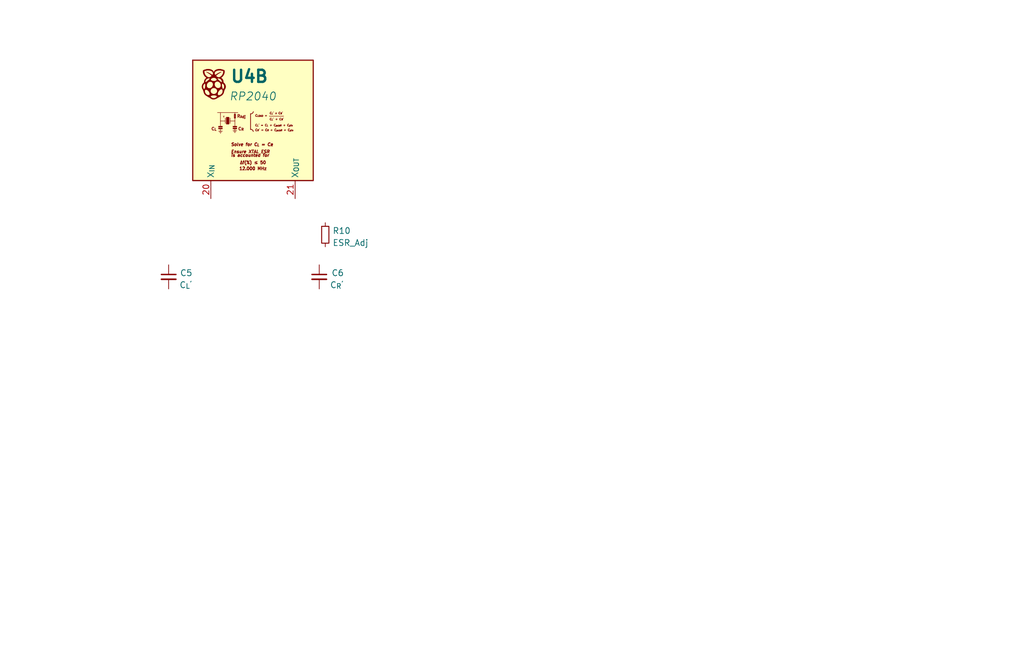
<source format=kicad_sch>
(kicad_sch (version 20211123) (generator eeschema)
  (paper "User" 215.9 139.7)
  (title_block (title "Soldering Induction (July 2022)") (date "2022-07-19") (rev "3.5.0") (company "UNSW Engineering Makerspace"))
  (lib_symbols
    (symbol "Device:C_Small" (pin_numbers hide) (pin_names (offset 0.254) hide)
      (property "Reference" "C" (at 0.254 1.778 0))
      (property "Value" "C_Small" (at 0.254 -2.032 0))
      (symbol "C_Small_0_1"
        (polyline (pts (xy -1.524 -0.508) (xy 1.524 -0.508)) (stroke (width 0.3302)))
        (polyline (pts (xy -1.524 0.508) (xy 1.524 0.508)) (stroke (width 0.3048)))
      )
      (symbol "C_Small_1_1"
        (pin passive line (at 0 2.54 270) (length 2.032) (name "~") (number "1"))
        (pin passive line (at 0 -2.54 90) (length 2.032) (name "~") (number "2"))
      )
    )
    (symbol "Device:R_Small" (pin_numbers hide) (pin_names (offset 0.254) hide)
      (property "Reference" "R" (at 0.762 0.508 0))
      (property "Value" "R_Small" (at 0.762 -1.016 0))
      (symbol "R_Small_0_1"
        (rectangle (start -0.762 1.778) (end 0.762 -1.778) (stroke (width 0.2032)))
      )
      (symbol "R_Small_1_1"
        (pin passive line (at 0 2.54 270) (length 0.762) (name "~") (number "1"))
        (pin passive line (at 0 -2.54 90) (length 0.762) (name "~") (number "2"))
      )
    )
    (symbol "RP2040_1"
      (property "Reference" "U" (at 6.985 -3.81 0))
      (property "Value" "RP2040_1" (at 6.985 -6.985 0))
      (property "LCSC_PN" "C2040" (at 83.185 -34.925 0))
      (property "MFR_PN" "RP2040" (at 83.185 -36.83 0))
      (property "$AUD" "$1.5410" (at 83.185 -38.735 0))
      (symbol "RP2040_1_0_0"
        (polyline (pts (xy 4.445 -8.255) (xy 4.5258 -8.2414) (xy 4.6185 -8.218) (xy 4.7284 -8.1843) (xy 4.8271 -8.1487) (xy 4.9507 -8.0945) (xy 5.0636 -8.0341) (xy 5.1586 -7.9711) (xy 5.1611 -7.9691) (xy 5.2185 -7.9306) (xy 5.2846 -7.8925) (xy 5.3456 -7.8626) (xy 5.3814 -7.8469) (xy 5.497 -7.7901) (xy 5.6133 -7.7227) (xy 5.7379 -7.6404) (xy 5.7744 -7.6158) (xy 5.8377 -7.5758) (xy 5.8996 -7.5393) (xy 5.9507 -7.5119) (xy 5.9732 -7.5005) (xy 6.0996 -7.4212) (xy 6.2174 -7.322) (xy 6.3225 -7.2067) (xy 6.4105 -7.0794) (xy 6.4224 -7.0581) (xy 6.4476 -7.0058) (xy 6.4735 -6.9452) (xy 6.4976 -6.8825) (xy 6.5176 -6.8237) (xy 6.5313 -6.7751) (xy 6.5364 -6.7428) (xy 6.5388 -6.7296) (xy 6.548 -6.6949) (xy 6.5629 -6.6445) (xy 6.5823 -6.5827) (xy 6.6048 -6.514) (xy 6.6225 -6.4604) (xy 6.6427 -6.3965) (xy 6.6589 -6.3429) (xy 6.6695 -6.304) (xy 6.6734 -6.2842) (xy 6.6743 -6.2788) (xy 6.6859 -6.2523) (xy 6.7081 -6.2146) (xy 6.7372 -6.172) (xy 6.7634 -6.1349) (xy 6.8349 -6.0165) (xy 6.8854 -5.8986) (xy 6.9171 -5.7756) (xy 6.932 -5.6417) (xy 6.9332 -5.6044) (xy 6.9236 -5.4525) (xy 6.8918 -5.3047) (xy 6.839 -5.1641) (xy 6.7665 -5.0337) (xy 6.6759 -4.9167) (xy 6.5684 -4.8162) (xy 6.5511 -4.8022) (xy 6.5137 -4.7681) (xy 6.4887 -4.7349) (xy 6.473 -4.6959) (xy 6.4636 -4.6449) (xy 6.4575 -4.5754) (xy 6.4512 -4.5039) (xy 6.4235 -4.3476) (xy 6.3771 -4.2064) (xy 6.3108 -4.0785) (xy 6.2235 -3.9619) (xy 6.1142 -3.8548) (xy 5.9817 -3.7552) (xy 5.9647 -3.7437) (xy 5.9325 -3.7198) (xy 5.9141 -3.7032) (xy 5.9131 -3.6969) (xy 5.9262 -3.6943) (xy 5.9577 -3.6833) (xy 5.9964 -3.6667) (xy 6.0237 -3.6527) (xy 6.0608 -3.6245) (xy 6.0861 -3.5877) (xy 6.0956 -3.5709) (xy 6.1241 -3.5396) (xy 6.1672 -3.5174) (xy 6.2056 -3.4979) (xy 6.2521 -3.461) (xy 6.2883 -3.4178) (xy 6.3074 -3.375) (xy 6.3089 -3.3697) (xy 6.3281 -3.3387) (xy 6.3615 -3.3087) (xy 6.3682 -3.3038) (xy 6.4243 -3.2524) (xy 6.4639 -3.1947) (xy 6.4831 -3.1364) (xy 6.4849 -3.1247) (xy 6.4924 -3.0971) (xy 6.5006 -3.0861) (xy 6.507 -3.0826) (xy 6.5255 -3.0638) (xy 6.5488 -3.0343) (xy 6.5567 -3.023) (xy 6.5796 -2.9773) (xy 6.5863 -2.9298) (xy 6.5883 -2.9035) (xy 6.602 -2.8582) (xy 6.6308 -2.8039) (xy 6.6502 -2.7706) (xy 6.6653 -2.7373) (xy 6.6704 -2.7083) (xy 6.6683 -2.6746) (xy 6.6664 -2.6541) (xy 6.6696 -2.6152) (xy 6.6861 -2.5811) (xy 6.7018 -2.546) (xy 6.7104 -2.4942) (xy 6.7068 -2.4427) (xy 6.6909 -2.4021) (xy 6.6909 -2.402) (xy 6.6791 -2.3799) (xy 6.6778 -2.3557) (xy 6.6862 -2.3188) (xy 6.6955 -2.2545) (xy 6.6844 -2.1953) (xy 6.6516 -2.1475) (xy 6.6277 -2.1305) (xy 6.5888 -2.1124) (xy 6.5464 -2.0989) (xy 6.5089 -2.0925) (xy 6.4847 -2.0959) (xy 6.4823 -2.0967) (xy 6.4635 -2.0907) (xy 6.4388 -2.0718) (xy 6.4 -2.0419) (xy 6.3282 -2.0116) (xy 6.2444 -2.0012) (xy 6.2143 -2.0002) (xy 6.1698 -1.9912) (xy 6.13 -1.9701) (xy 6.0848 -1.9473) (xy 6.0261 -1.9389) (xy 6.0231 -1.9389) (xy 5.969 -1.9314) (xy 5.9192 -1.914) (xy 5.8678 -1.896) (xy 5.797 -1.8899) (xy 5.7288 -1.9023) (xy 5.7221 -1.9046) (xy 5.688 -1.9087) (xy 5.6528 -1.8961) (xy 5.6128 -1.8817) (xy 5.5465 -1.8793) (xy 5.4745 -1.8997) (xy 5.4684 -1.9022) (xy 5.4138 -1.9166) (xy 5.3509 -1.917) (xy 5.3156 -1.9154) (xy 5.2719 -1.9207) (xy 5.2298 -1.9375) (xy 5.187 -1.954) (xy 5.1116 -1.9638) (xy 5.0764 -1.9655) (xy 5.0324 -1.9764) (xy 4.9861 -2.0012) (xy 4.9623 -2.0174) (xy 4.934 -2.0405) (xy 4.9199 -2.0573) (xy 4.9037 -2.0708) (xy 4.8673 -2.0761) (xy 4.8668 -2.0761) (xy 4.8239 -2.0829) (xy 4.7845 -2.099) (xy 4.7755 -2.1048) (xy 4.7094 -2.1582) (xy 4.6425 -2.2305) (xy 4.5785 -2.3169) (xy 4.521 -2.4123) (xy 4.4737 -2.5121) (xy 4.4345 -2.6077) (xy 4.3991 -2.5196) (xy 4.3744 -2.4633) (xy 4.3194 -2.3608) (xy 4.2564 -2.2666) (xy 4.1905 -2.1889) (xy 4.1885 -2.1869) (xy 4.1328 -2.1345) (xy 4.086 -2.1003) (xy 4.0438 -2.0817) (xy 4.0016 -2.0761) (xy 3.9655 -2.0714) (xy 3.9475 -2.0577) (xy 3.9404 -2.0479) (xy 3.9166 -2.026) (xy 3.8834 -2.0016) (xy 3.8501 -1.9818) (xy 3.809 -1.9676) (xy 3.7594 -1.9638) (xy 3.7095 -1.9597) (xy 3.6409 -1.9375) (xy 3.6134 -1.9253) (xy 3.5717 -1.9162) (xy 3.5198 -1.917) (xy 3.5121 -1.9176) (xy 3.4508 -1.9157) (xy 3.3962 -1.8997) (xy 3.3473 -1.8835) (xy 3.2789 -1.8784) (xy 3.2179 -1.8961) (xy 3.2112 -1.8994) (xy 3.1773 -1.9091) (xy 3.1419 -1.9023) (xy 3.0873 -1.8908) (xy 3.0161 -1.8934) (xy 2.9515 -1.914) (xy 2.949 -1.9152) (xy 2.8983 -1.9322) (xy 2.8446 -1.9389) (xy 2.7931 -1.9451) (xy 2.7407 -1.9701) (xy 2.7192 -1.9831) (xy 2.6785 -1.9973) (xy 2.6263 -2.0012) (xy 2.5709 -2.0057) (xy 2.4953 -2.0284) (xy 2.434 -2.069) (xy 2.4076 -2.0869) (xy 2.3615 -2.0987) (xy 2.3303 -2.1008) (xy 2.2642 -2.1186) (xy 2.2146 -2.1523) (xy 2.1836 -2.1995) (xy 2.1729 -2.2579) (xy 2.1845 -2.3249) (xy 2.1927 -2.3547) (xy 2.1923 -2.3788) (xy 2.18 -2.4018) (xy 2.1662 -2.4334) (xy 2.1602 -2.484) (xy 2.1617 -2.4971) (xy 2.3344 -2.4971) (xy 2.3371 -2.4947) (xy 2.3571 -2.4929) (xy 2.3904 -2.4957) (xy 2.405 -2.4976) (xy 2.4324 -2.4991) (xy 2.444 -2.4931) (xy 2.4465 -2.4774) (xy 2.4459 -2.4725) (xy 2.4373 -2.4445) (xy 2.4203 -2.4038) (xy 2.3978 -2.3573) (xy 2.349 -2.2631) (xy 2.485 -2.2631) (xy 2.5316 -2.2626) (xy 2.5779 -2.2607) (xy 2.6094 -2.2579) (xy 2.6211 -2.2544) (xy 2.6206 -2.2525) (xy 2.6096 -2.2358) (xy 2.5884 -2.2116) (xy 2.5557 -2.1775) (xy 2.604 -2.1684) (xy 2.6315 -2.166) (xy 2.6829 -2.1678) (xy 2.7395 -2.1754) (xy 2.7869 -2.1841) (xy 2.8314 -2.1921) (xy 2.8611 -2.1975) (xy 2.8821 -2.1976) (xy 2.8954 -2.185) (xy 2.8906 -2.1608) (xy 2.8673 -2.1288) (xy 2.8393 -2.0988) (xy 2.8892 -2.1079) (xy 2.9193 -2.1142) (xy 2.9687 -2.126) (xy 3.0197 -2.1393) (xy 3.0747 -2.1518) (xy 3.1093 -2.1532) (xy 3.1219 -2.1429) (xy 3.1125 -2.121) (xy 3.0811 -2.0873) (xy 3.0705 -2.0769) (xy 3.0552 -2.0584) (xy 3.0549 -2.0511) (xy 3.0666 -2.0525) (xy 3.1018 -2.0616) (xy 3.1481 -2.0766) (xy 3.1979 -2.095) (xy 3.2437 -2.114) (xy 3.278 -2.1309) (xy 3.2958 -2.1405) (xy 3.3233 -2.1523) (xy 3.3372 -2.1538) (xy 3.3387 -2.152) (xy 3.3445 -2.1285) (xy 3.3395 -2.0987) (xy 3.3256 -2.0761) (xy 3.3154 -2.0658) (xy 3.3069 -2.0493) (xy 3.3085 -2.0467) (xy 3.3246 -2.0491) (xy 3.3541 -2.0624) (xy 3.3923 -2.0839) (xy 3.4341 -2.111) (xy 3.4748 -2.1409) (xy 3.4788 -2.1441) (xy 3.5113 -2.1688) (xy 3.5308 -2.1796) (xy 3.5429 -2.1785) (xy 3.5535 -2.1673) (xy 3.5627 -2.1455) (xy 3.5635 -2.11) (xy 3.5604 -2.0904) (xy 3.5649 -2.0819) (xy 3.5831 -2.0895) (xy 3.5843 -2.0902) (xy 3.6071 -2.1068) (xy 3.6403 -2.135) (xy 3.6769 -2.169) (xy 3.7002 -2.1914) (xy 3.726 -2.2145) (xy 3.7418 -2.2236) (xy 3.7523 -2.2211) (xy 3.7623 -2.2091) (xy 3.7711 -2.1902) (xy 3.7724 -2.1535) (xy 3.7695 -2.1401) (xy 3.772 -2.1296) (xy 3.7888 -2.136) (xy 3.7962 -2.1412) (xy 3.8208 -2.1633) (xy 3.8542 -2.197) (xy 3.8912 -2.2371) (xy 3.9109 -2.259) (xy 3.9436 -2.2931) (xy 3.9686 -2.3167) (xy 3.9815 -2.3254) (xy 3.9817 -2.3254) (xy 3.9921 -2.3142) (xy 4.0008 -2.288) (xy 4.0009 -2.2874) (xy 4.0092 -2.2614) (xy 4.0185 -2.2506) (xy 4.021 -2.2512) (xy 4.0387 -2.2657) (xy 4.0653 -2.2963) (xy 4.0976 -2.3387) (xy 4.1328 -2.3887) (xy 4.1676 -2.4418) (xy 4.199 -2.4938) (xy 4.2239 -2.5404) (xy 4.2414 -2.5781) (xy 4.2809 -2.6897) (xy 4.2981 -2.7924) (xy 4.2952 -2.8451) (xy 4.588 -2.8451) (xy 4.5922 -2.7513) (xy 4.6151 -2.6507) (xy 4.6565 -2.5453) (xy 4.716 -2.4372) (xy 4.7932 -2.3286) (xy 4.8014 -2.3185) (xy 4.8306 -2.2839) (xy 4.8535 -2.2597) (xy 4.8656 -2.2506) (xy 4.8658 -2.2506) (xy 4.8755 -2.2618) (xy 4.8842 -2.2879) (xy 4.8925 -2.3157) (xy 4.9011 -2.3305) (xy 4.9038 -2.3301) (xy 4.92 -2.3174) (xy 4.9462 -2.2909) (xy 4.978 -2.2548) (xy 4.9865 -2.2449) (xy 5.0229 -2.2044) (xy 5.0564 -2.1703) (xy 5.0806 -2.149) (xy 5.1149 -2.1242) (xy 5.1149 -2.1662) (xy 5.1183 -2.2033) (xy 5.1303 -2.2231) (xy 5.1511 -2.2196) (xy 5.1806 -2.1927) (xy 5.1926 -2.1799) (xy 5.2316 -2.144) (xy 5.2725 -2.1123) (xy 5.3265 -2.0752) (xy 5.3197 -2.1099) (xy 5.3188 -2.1352) (xy 5.3308 -2.1688) (xy 5.3411 -2.1809) (xy 5.3526 -2.1838) (xy 5.3701 -2.1738) (xy 5.3999 -2.1491) (xy 5.4299 -2.1255) (xy 5.4689 -2.0987) (xy 5.5081 -2.0747) (xy 5.5426 -2.0564) (xy 5.567 -2.0468) (xy 5.5763 -2.0488) (xy 5.5733 -2.0577) (xy 5.5576 -2.0761) (xy 5.5558 -2.0777) (xy 5.5426 -2.1021) (xy 5.5389 -2.1321) (xy 5.5465 -2.1543) (xy 5.5565 -2.154) (xy 5.5828 -2.1442) (xy 5.6182 -2.1263) (xy 5.6546 -2.1082) (xy 5.7044 -2.0875) (xy 5.7556 -2.0691) (xy 5.8002 -2.0561) (xy 5.8303 -2.0511) (xy 5.8322 -2.0531) (xy 5.8241 -2.0671) (xy 5.8031 -2.09) (xy 5.8018 -2.0913) (xy 5.772 -2.1244) (xy 5.7627 -2.1453) (xy 5.7745 -2.1545) (xy 5.808 -2.1524) (xy 5.8635 -2.1393) (xy 5.904 -2.1286) (xy 5.9547 -2.1163) (xy 5.994 -2.1079) (xy 6.0439 -2.0988) (xy 6.0158 -2.1288) (xy 5.9994 -2.1502) (xy 5.9878 -2.1806) (xy 5.9939 -2.2027) (xy 5.9941 -2.2028) (xy 6.0094 -2.2026) (xy 6.0417 -2.1969) (xy 6.0843 -2.1868) (xy 6.1175 -2.179) (xy 6.1786 -2.1691) (xy 6.2352 -2.1646) (xy 6.2808 -2.166) (xy 6.309 -2.1737) (xy 6.313 -2.1771) (xy 6.313 -2.1907) (xy 6.2934 -2.2131) (xy 6.2906 -2.2158) (xy 6.2704 -2.2381) (xy 6.2621 -2.2528) (xy 6.2707 -2.2564) (xy 6.2996 -2.2599) (xy 6.3441 -2.2622) (xy 6.3993 -2.2631) (xy 6.4469 -2.2636) (xy 6.4933 -2.2651) (xy 6.5248 -2.2675) (xy 6.5364 -2.2705) (xy 6.5363 -2.2715) (xy 6.5282 -2.2876) (xy 6.5113 -2.3133) (xy 6.5066 -2.32) (xy 6.482 -2.3617) (xy 6.4596 -2.4079) (xy 6.4434 -2.4501) (xy 6.4369 -2.4799) (xy 6.437 -2.4842) (xy 6.4417 -2.496) (xy 6.4582 -2.4992) (xy 6.4928 -2.4957) (xy 6.51 -2.4937) (xy 6.5379 -2.4926) (xy 6.5489 -2.4957) (xy 6.5484 -2.5) (xy 6.5357 -2.5262) (xy 6.5097 -2.5615) (xy 6.4748 -2.6003) (xy 6.4357 -2.6368) (xy 6.4053 -2.6633) (xy 6.3872 -2.6826) (xy 6.384 -2.6944) (xy 6.3932 -2.7028) (xy 6.3967 -2.7045) (xy 6.4259 -2.7097) (xy 6.4629 -2.7084) (xy 6.4744 -2.7069) (xy 6.4984 -2.7055) (xy 6.5042 -2.7118) (xy 6.4968 -2.7288) (xy 6.4934 -2.7342) (xy 6.473 -2.7592) (xy 6.4413 -2.7934) (xy 6.4035 -2.8309) (xy 6.388 -2.8459) (xy 6.3555 -2.8785) (xy 6.3329 -2.9031) (xy 6.3244 -2.9151) (xy 6.3257 -2.9171) (xy 6.3431 -2.922) (xy 6.3743 -2.924) (xy 6.3855 -2.9243) (xy 6.4131 -2.9281) (xy 6.4242 -2.9349) (xy 6.4241 -2.9357) (xy 6.413 -2.95) (xy 6.3876 -2.9743) (xy 6.3531 -3.0041) (xy 6.3148 -3.0351) (xy 6.2779 -3.0628) (xy 6.2476 -3.083) (xy 6.2452 -3.0845) (xy 6.2218 -3.1008) (xy 6.2122 -3.1121) (xy 6.2142 -3.1146) (xy 6.2329 -3.122) (xy 6.2652 -3.129) (xy 6.3182 -3.1378) (xy 6.2746 -3.1746) (xy 6.272 -3.1768) (xy 6.2372 -3.2016) (xy 6.1903 -3.2305) (xy 6.1406 -3.2579) (xy 6.1272 -3.2649) (xy 6.088 -3.2865) (xy 6.0605 -3.3036) (xy 6.0502 -3.3129) (xy 6.0522 -3.3157) (xy 6.071 -3.3242) (xy 6.1031 -3.3328) (xy 6.1561 -3.3441) (xy 6.0766 -3.3827) (xy 6.0338 -3.4019) (xy 5.9804 -3.4228) (xy 5.9363 -3.4368) (xy 5.9009 -3.4482) (xy 5.8793 -3.4632) (xy 5.8823 -3.4794) (xy 5.9098 -3.4972) (xy 5.9441 -3.5134) (xy 5.9067 -3.5295) (xy 5.8818 -3.5374) (xy 5.8373 -3.5467) (xy 5.7883 -3.5533) (xy 5.7759 -3.5544) (xy 5.7077 -3.5617) (xy 5.6617 -3.5688) (xy 5.6354 -3.577) (xy 5.6265 -3.5873) (xy 5.6325 -3.6009) (xy 5.6511 -3.6189) (xy 5.6676 -3.6354) (xy 5.676 -3.65) (xy 5.6753 -3.652) (xy 5.6604 -3.6568) (xy 5.625 -3.6575) (xy 5.5678 -3.654) (xy 5.4873 -3.6463) (xy 5.3611 -3.6264) (xy 5.2308 -3.5883) (xy 5.1194 -3.5343) (xy 5.0266 -3.4642) (xy 5 -3.4364) (xy 4.9637 -3.3895) (xy 4.9327 -3.3398) (xy 4.9111 -3.2943) (xy 4.9029 -3.2597) (xy 4.9049 -3.2529) (xy 4.9221 -3.228) (xy 4.9545 -3.1923) (xy 4.9989 -3.149) (xy 5.0521 -3.1009) (xy 5.111 -3.0512) (xy 5.1723 -3.0029) (xy 5.2302 -2.9597) (xy 5.331 -2.888) (xy 5.4356 -2.8183) (xy 5.5487 -2.7477) (xy 5.675 -2.6731) (xy 5.8194 -2.5915) (xy 5.8703 -2.563) (xy 5.9231 -2.5329) (xy 5.9639 -2.509) (xy 5.9895 -2.4933) (xy 5.9964 -2.4876) (xy 5.9915 -2.4888) (xy 5.9667 -2.4973) (xy 5.9253 -2.5127) (xy 5.8714 -2.5333) (xy 5.8094 -2.5576) (xy 5.7876 -2.5663) (xy 5.6111 -2.6423) (xy 5.4359 -2.7269) (xy 5.2668 -2.8176) (xy 5.1083 -2.9117) (xy 4.965 -3.0066) (xy 4.8417 -3.0998) (xy 4.8294 -3.1097) (xy 4.806 -3.1249) (xy 4.7875 -3.1264) (xy 4.764 -3.1163) (xy 4.7561 -3.112) (xy 4.7214 -3.0887) (xy 4.6862 -3.0608) (xy 4.637 -3.0039) (xy 4.6028 -2.93) (xy 4.588 -2.8451) (xy 4.2952 -2.8451) (xy 4.293 -2.8857) (xy 4.2657 -2.9688) (xy 4.2163 -3.0412) (xy 4.1448 -3.1024) (xy 4.0924 -3.1376) (xy 3.9771 -3.0511) (xy 3.8877 -2.9868) (xy 3.7038 -2.8685) (xy 3.5033 -2.7555) (xy 3.2915 -2.6509) (xy 3.0738 -2.5576) (xy 3.0412 -2.5448) (xy 2.9828 -2.5221) (xy 2.9348 -2.504) (xy 2.9013 -2.4919) (xy 2.8868 -2.4876) (xy 2.8912 -2.4916) (xy 2.9139 -2.5058) (xy 2.9524 -2.5285) (xy 3.0034 -2.5577) (xy 3.0637 -2.5915) (xy 3.1111 -2.618) (xy 3.288 -2.7201) (xy 3.4442 -2.8162) (xy 3.5821 -2.9079) (xy 3.7038 -2.9966) (xy 3.8119 -3.0841) (xy 3.9085 -3.172) (xy 3.917 -3.1803) (xy 3.9491 -3.2147) (xy 3.9717 -3.2434) (xy 3.9802 -3.2609) (xy 3.9754 -3.2861) (xy 3.9561 -3.3297) (xy 3.9261 -3.3793) (xy 3.8892 -3.4282) (xy 3.8496 -3.4702) (xy 3.8014 -3.5099) (xy 3.7189 -3.5606) (xy 3.6236 -3.5994) (xy 3.5119 -3.6277) (xy 3.3801 -3.6469) (xy 3.3468 -3.6504) (xy 3.2869 -3.656) (xy 3.2466 -3.6585) (xy 3.2223 -3.658) (xy 3.2103 -3.6543) (xy 3.2071 -3.6476) (xy 3.2123 -3.6375) (xy 3.2321 -3.6223) (xy 3.2535 -3.6062) (xy 3.2576 -3.5887) (xy 3.2405 -3.574) (xy 3.2042 -3.5639) (xy 3.151 -3.5599) (xy 3.1346 -3.5591) (xy 3.0938 -3.5541) (xy 3.0473 -3.5461) (xy 3.0027 -3.5364) (xy 2.9677 -3.5268) (xy 2.9498 -3.5187) (xy 2.9492 -3.5173) (xy 2.9586 -3.5063) (xy 2.9829 -3.4912) (xy 2.9996 -3.4817) (xy 3.0117 -3.469) (xy 3.0049 -3.4574) (xy 2.9773 -3.4448) (xy 2.9271 -3.4293) (xy 2.8965 -3.4196) (xy 2.8394 -3.3981) (xy 2.7899 -3.3757) (xy 2.7271 -3.3433) (xy 2.78 -3.3324) (xy 2.7944 -3.3291) (xy 2.822 -3.3204) (xy 2.8329 -3.3129) (xy 2.8314 -3.3106) (xy 2.8142 -3.298) (xy 2.7817 -3.2784) (xy 2.7392 -3.2551) (xy 2.7297 -3.2501) (xy 2.6802 -3.222) (xy 2.6359 -3.1941) (xy 2.6053 -3.1719) (xy 2.565 -3.1378) (xy 2.6179 -3.129) (xy 2.6321 -3.1264) (xy 2.6599 -3.1189) (xy 2.6709 -3.1121) (xy 2.6709 -3.1115) (xy 2.6597 -3.0995) (xy 2.6356 -3.083) (xy 2.6326 -3.0813) (xy 2.6013 -3.06) (xy 2.564 -3.0317) (xy 2.5259 -3.0006) (xy 2.4922 -2.9712) (xy 2.4681 -2.9479) (xy 2.459 -2.9349) (xy 2.4602 -2.9325) (xy 2.4776 -2.9264) (xy 2.5088 -2.924) (xy 2.52 -2.9237) (xy 2.5476 -2.9203) (xy 2.5587 -2.9142) (xy 2.5572 -2.9109) (xy 2.5425 -2.8929) (xy 2.5152 -2.8644) (xy 2.4797 -2.8299) (xy 2.467 -2.8178) (xy 2.4304 -2.7808) (xy 2.4016 -2.7488) (xy 2.3859 -2.7277) (xy 2.3778 -2.71) (xy 2.3832 -2.7038) (xy 2.4083 -2.7075) (xy 2.4412 -2.7102) (xy 2.4803 -2.706) (xy 2.5151 -2.6971) (xy 2.4476 -2.6362) (xy 2.4057 -2.5959) (xy 2.3685 -2.5547) (xy 2.3436 -2.5203) (xy 2.3344 -2.4971) (xy 2.1617 -2.4971) (xy 2.1663 -2.5377) (xy 2.1845 -2.5841) (xy 2.1881 -2.5903) (xy 2.2028 -2.6304) (xy 2.2022 -2.6776) (xy 2.2002 -2.7001) (xy 2.2031 -2.7294) (xy 2.2154 -2.761) (xy 2.2398 -2.8039) (xy 2.2593 -2.8384) (xy 2.2786 -2.8862) (xy 2.2844 -2.9298) (xy 2.2847 -2.9414) (xy 2.2947 -2.9874) (xy 2.3219 -3.0343) (xy 2.3362 -3.053) (xy 2.3573 -3.0768) (xy 2.3701 -3.0861) (xy 2.3728 -3.0874) (xy 2.381 -3.105) (xy 2.3876 -3.1364) (xy 2.3886 -3.1425) (xy 2.4101 -3.201) (xy 2.4516 -3.2582) (xy 2.5092 -3.3087) (xy 2.5163 -3.3138) (xy 2.5475 -3.3448) (xy 2.5633 -3.375) (xy 2.5761 -3.4074) (xy 2.6089 -3.4512) (xy 2.6536 -3.4902) (xy 2.7035 -3.5174) (xy 2.7229 -3.5257) (xy 2.759 -3.5504) (xy 2.7846 -3.5877) (xy 2.797 -3.6087) (xy 2.8275 -3.64) (xy 2.8743 -3.6667) (xy 2.9021 -3.6789) (xy 2.9366 -3.6919) (xy 2.9576 -3.6969) (xy 2.9581 -3.7006) (xy 2.9429 -3.7152) (xy 2.9127 -3.7385) (xy 2.8711 -3.7675) (xy 2.8157 -3.8065) (xy 2.6988 -3.9056) (xy 2.6033 -4.0142) (xy 2.5281 -4.1343) (xy 2.4721 -4.2677) (xy 2.4343 -4.4164) (xy 2.4135 -4.5824) (xy 2.4127 -4.5933) (xy 2.4074 -4.6429) (xy 2.6233 -4.6429) (xy 2.6237 -4.6036) (xy 2.6267 -4.5552) (xy 2.6445 -4.4323) (xy 2.6845 -4.2933) (xy 2.7433 -4.1697) (xy 2.8201 -4.0625) (xy 2.9138 -3.9726) (xy 3.0234 -3.9009) (xy 3.1479 -3.8484) (xy 3.2864 -3.8158) (xy 3.4378 -3.8043) (xy 3.4517 -3.8043) (xy 3.528 -3.8054) (xy 3.5826 -3.8095) (xy 3.6183 -3.8169) (xy 3.6377 -3.8282) (xy 3.6435 -3.844) (xy 3.6431 -3.8501) (xy 3.6292 -3.8863) (xy 3.5979 -3.9344) (xy 3.5515 -3.9924) (xy 3.5035 -4.0456) (xy 3.7852 -4.0456) (xy 3.7967 -4.0094) (xy 3.8336 -3.9482) (xy 3.8895 -3.8881) (xy 3.9608 -3.8314) (xy 4.0438 -3.7801) (xy 4.1349 -3.7364) (xy 4.2305 -3.7025) (xy 4.3268 -3.6804) (xy 4.4203 -3.6723) (xy 4.4586 -3.6737) (xy 4.5617 -3.6892) (xy 4.6706 -3.7196) (xy 4.7777 -3.7622) (xy 4.8755 -3.8142) (xy 4.944 -3.8636) (xy 5.1588 -3.8636) (xy 5.1637 -3.8428) (xy 5.1715 -3.8388) (xy 5.2031 -3.8322) (xy 5.2541 -3.827) (xy 5.3209 -3.8236) (xy 5.4371 -3.8247) (xy 5.5486 -3.8383) (xy 5.6536 -3.8663) (xy 5.7601 -3.9104) (xy 5.8381 -3.9546) (xy 5.9367 -4.0334) (xy 6.0206 -4.1289) (xy 6.0881 -4.2377) (xy 6.1371 -4.3567) (xy 6.1658 -4.4825) (xy 6.1722 -4.612) (xy 6.1713 -4.6301) (xy 6.1673 -4.6723) (xy 6.1605 -4.6953) (xy 6.1499 -4.7031) (xy 6.1362 -4.7033) (xy 6.0912 -4.6918) (xy 6.032 -4.6644) (xy 5.9607 -4.6227) (xy 5.8795 -4.5682) (xy 5.7906 -4.5026) (xy 5.6961 -4.4273) (xy 5.5981 -4.3439) (xy 5.4987 -4.2539) (xy 5.4002 -4.159) (xy 5.3278 -4.0854) (xy 5.2567 -4.0085) (xy 5.205 -3.9461) (xy 5.1724 -3.898) (xy 5.1588 -3.8636) (xy 4.944 -3.8636) (xy 4.9565 -3.8726) (xy 5.0073 -3.9243) (xy 5.0508 -3.9856) (xy 5.0794 -4.0469) (xy 5.0897 -4.1023) (xy 5.0891 -4.116) (xy 5.0718 -4.1796) (xy 5.0322 -4.2412) (xy 4.9724 -4.2974) (xy 4.9504 -4.3131) (xy 4.8725 -4.3563) (xy 4.7803 -4.3894) (xy 4.6689 -4.4143) (xy 4.666 -4.4148) (xy 4.5239 -4.4305) (xy 4.3809 -4.4299) (xy 4.2425 -4.4138) (xy 4.114 -4.3826) (xy 4.0009 -4.3371) (xy 3.9676 -4.3185) (xy 3.9018 -4.2704) (xy 3.8477 -4.2151) (xy 3.8083 -4.1565) (xy 3.7865 -4.0987) (xy 3.7852 -4.0456) (xy 3.5035 -4.0456) (xy 3.4923 -4.058) (xy 3.4227 -4.1293) (xy 3.3449 -4.204) (xy 3.2614 -4.2801) (xy 3.1743 -4.3554) (xy 3.0861 -4.4278) (xy 2.999 -4.4952) (xy 2.9154 -4.5553) (xy 2.8376 -4.6063) (xy 2.7679 -4.6458) (xy 2.7394 -4.6593) (xy 2.6867 -4.6777) (xy 2.6483 -4.6809) (xy 2.6265 -4.6684) (xy 2.6256 -4.666) (xy 2.6233 -4.6429) (xy 2.4074 -4.6429) (xy 2.4057 -4.6588) (xy 2.3944 -4.7071) (xy 2.3757 -4.7449) (xy 2.3462 -4.7789) (xy 2.3028 -4.8159) (xy 2.2792 -4.8353) (xy 2.1738 -4.9407) (xy 2.0862 -5.0615) (xy 2.0177 -5.1949) (xy 1.9693 -5.338) (xy 1.9426 -5.4879) (xy 1.9416 -5.5275) (xy 2.1507 -5.5275) (xy 2.1668 -5.397) (xy 2.2031 -5.2789) (xy 2.2606 -5.1709) (xy 2.3398 -5.071) (xy 2.3471 -5.0632) (xy 2.4187 -4.9943) (xy 2.4814 -4.9474) (xy 2.5347 -4.9229) (xy 2.5785 -4.9208) (xy 2.6124 -4.9413) (xy 2.6388 -4.9833) (xy 2.6606 -5.0491) (xy 2.6745 -5.1317) (xy 2.6811 -5.2274) (xy 2.6806 -5.3328) (xy 2.679 -5.359) (xy 2.9233 -5.359) (xy 2.9325 -5.2322) (xy 2.9632 -5.1017) (xy 3.016 -4.9695) (xy 3.0317 -4.9379) (xy 3.0601 -4.8867) (xy 3.0906 -4.8426) (xy 3.1289 -4.7979) (xy 3.1806 -4.7447) (xy 3.2634 -4.6699) (xy 3.3684 -4.5969) (xy 3.4771 -4.5464) (xy 3.5925 -4.5171) (xy 3.7174 -4.5076) (xy 3.7712 -4.5098) (xy 3.8868 -4.5311) (xy 3.9914 -4.5742) (xy 4.0834 -4.638) (xy 4.161 -4.7215) (xy 4.2226 -4.8237) (xy 4.2305 -4.8408) (xy 4.2725 -4.9635) (xy 4.2864 -5.0631) (xy 4.5817 -5.0631) (xy 4.5975 -4.9378) (xy 4.6258 -4.8405) (xy 4.6777 -4.7347) (xy 4.7468 -4.6443) (xy 4.8312 -4.5709) (xy 4.9287 -4.5163) (xy 5.0372 -4.4822) (xy 5.1548 -4.4703) (xy 5.214 -4.4721) (xy 5.2992 -4.4838) (xy 5.3834 -4.5083) (xy 5.4761 -4.5477) (xy 5.4916 -4.5553) (xy 5.5428 -4.583) (xy 5.5878 -4.6137) (xy 5.634 -4.6527) (xy 5.6887 -4.7056) (xy 5.7116 -4.7289) (xy 5.7578 -4.779) (xy 5.7929 -4.8242) (xy 5.8229 -4.8724) (xy 5.8534 -4.9315) (xy 5.8592 -4.9436) (xy 5.9131 -5.0801) (xy 5.9411 -5.2034) (xy 6.1273 -5.2034) (xy 6.1294 -5.1471) (xy 6.1333 -5.0877) (xy 6.139 -5.0436) (xy 6.1474 -5.009) (xy 6.1592 -4.9784) (xy 6.1593 -4.9781) (xy 6.1878 -4.9286) (xy 6.2197 -4.9028) (xy 6.2579 -4.8995) (xy 6.3053 -4.9175) (xy 6.3203 -4.9261) (xy 6.3771 -4.9673) (xy 6.4374 -5.022) (xy 6.4944 -5.0836) (xy 6.5415 -5.1456) (xy 6.5959 -5.246) (xy 6.6351 -5.3624) (xy 6.656 -5.4853) (xy 6.6585 -5.6105) (xy 6.6431 -5.734) (xy 6.6099 -5.8517) (xy 6.5591 -5.9594) (xy 6.4911 -6.0531) (xy 6.4686 -6.0766) (xy 6.429 -6.1077) (xy 6.3942 -6.1167) (xy 6.3604 -6.104) (xy 6.324 -6.07) (xy 6.3217 -6.0675) (xy 6.2838 -6.014) (xy 6.2496 -5.9451) (xy 6.2178 -5.8576) (xy 6.1871 -5.7483) (xy 6.1773 -5.7084) (xy 6.1449 -5.5404) (xy 6.1286 -5.3758) (xy 6.1273 -5.2034) (xy 5.9411 -5.2034) (xy 5.943 -5.2117) (xy 5.9491 -5.3395) (xy 5.9316 -5.4648) (xy 5.8924 -5.5823) (xy 5.8345 -5.6854) (xy 5.7594 -5.7723) (xy 5.6685 -5.8412) (xy 5.5633 -5.8904) (xy 5.4813 -5.912) (xy 5.3654 -5.9218) (xy 5.2483 -5.9096) (xy 5.1328 -5.8768) (xy 5.0214 -5.8247) (xy 4.917 -5.7547) (xy 4.8223 -5.668) (xy 4.7398 -5.566) (xy 4.6723 -5.4501) (xy 4.6693 -5.4438) (xy 4.6172 -5.313) (xy 4.5881 -5.1872) (xy 4.5817 -5.0631) (xy 4.2864 -5.0631) (xy 4.2901 -5.0895) (xy 4.2834 -5.2192) (xy 4.2521 -5.3531) (xy 4.1965 -5.4914) (xy 4.1817 -5.5214) (xy 4.1531 -5.5729) (xy 4.1224 -5.6175) (xy 4.0839 -5.6628) (xy 4.032 -5.7166) (xy 3.9805 -5.7653) (xy 3.8821 -5.8418) (xy 3.7813 -5.8975) (xy 3.6741 -5.935) (xy 3.6667 -5.9368) (xy 3.5717 -5.9517) (xy 3.4715 -5.9529) (xy 3.373 -5.9411) (xy 3.2831 -5.9173) (xy 3.2089 -5.8821) (xy 3.1866 -5.8673) (xy 3.0942 -5.7892) (xy 3.0212 -5.6972) (xy 2.9681 -5.5936) (xy 2.9353 -5.4802) (xy 2.9233 -5.359) (xy 2.679 -5.359) (xy 2.6737 -5.4441) (xy 2.6606 -5.5581) (xy 2.6417 -5.671) (xy 2.6176 -5.7793) (xy 2.5886 -5.8795) (xy 2.5551 -5.9681) (xy 2.5176 -6.0415) (xy 2.4764 -6.0962) (xy 2.4633 -6.109) (xy 2.4278 -6.1344) (xy 2.3955 -6.1387) (xy 2.3616 -6.1213) (xy 2.3216 -6.0818) (xy 2.2557 -5.9935) (xy 2.2017 -5.8843) (xy 2.167 -5.7616) (xy 2.151 -5.6236) (xy 2.1507 -5.5275) (xy 1.9416 -5.5275) (xy 1.9387 -5.6417) (xy 1.9389 -5.6461) (xy 1.956 -5.7875) (xy 1.9921 -5.9177) (xy 2.0491 -6.0419) (xy 2.1288 -6.1651) (xy 2.1751 -6.2386) (xy 2.2042 -6.3148) (xy 2.2055 -6.32) (xy 2.2169 -6.3616) (xy 2.2341 -6.4186) (xy 2.255 -6.4843) (xy 2.2693 -6.5276) (xy 2.5322 -6.5276) (xy 2.5346 -6.4586) (xy 2.5487 -6.3674) (xy 2.5759 -6.2964) (xy 2.6165 -6.2445) (xy 2.671 -6.2111) (xy 2.7354 -6.1948) (xy 2.8189 -6.1949) (xy 2.9088 -6.214) (xy 3.0022 -6.2503) (xy 3.0966 -6.3022) (xy 3.1891 -6.3678) (xy 3.2772 -6.4455) (xy 3.358 -6.5335) (xy 3.3778 -6.5605) (xy 3.7323 -6.5605) (xy 3.7325 -6.4527) (xy 3.7513 -6.347) (xy 3.7876 -6.2456) (xy 3.8404 -6.1507) (xy 3.9088 -6.0644) (xy 3.9916 -5.9889) (xy 4.0879 -5.9264) (xy 4.1968 -5.8789) (xy 4.3171 -5.8488) (xy 4.4478 -5.8382) (xy 4.5288 -5.842) (xy 4.6601 -5.8661) (xy 4.7821 -5.9111) (xy 4.8924 -5.9757) (xy 4.9883 -6.0587) (xy 5.0674 -6.1587) (xy 5.0986 -6.2127) (xy 5.1427 -6.3244) (xy 5.1646 -6.4409) (xy 5.1647 -6.5588) (xy 5.1434 -6.6747) (xy 5.1012 -6.7854) (xy 5.0386 -6.8875) (xy 4.956 -6.9776) (xy 4.8983 -7.0229) (xy 4.8156 -7.0741) (xy 4.7281 -7.1161) (xy 4.6925 -7.128) (xy 5.237 -7.128) (xy 5.2419 -7.0449) (xy 5.2625 -6.9297) (xy 5.3005 -6.811) (xy 5.3575 -6.6835) (xy 5.3829 -6.6353) (xy 5.4629 -6.5111) (xy 5.5607 -6.3945) (xy 5.6799 -6.2811) (xy 5.7325 -6.2374) (xy 5.8231 -6.1722) (xy 5.9062 -6.127) (xy 5.9843 -6.1007) (xy 6.0601 -6.0917) (xy 6.1005 -6.0938) (xy 6.1602 -6.1098) (xy 6.2088 -6.1436) (xy 6.2489 -6.1976) (xy 6.2836 -6.274) (xy 6.2997 -6.3299) (xy 6.3139 -6.4132) (xy 6.3221 -6.5065) (xy 6.324 -6.602) (xy 6.3192 -6.6916) (xy 6.3072 -6.7676) (xy 6.2966 -6.8071) (xy 6.2491 -6.9247) (xy 6.1813 -7.0372) (xy 6.0964 -7.1412) (xy 5.9979 -7.2336) (xy 5.8891 -7.3109) (xy 5.7734 -7.3698) (xy 5.6542 -7.4071) (xy 5.6292 -7.4122) (xy 5.5589 -7.4219) (xy 5.496 -7.4218) (xy 5.4286 -7.412) (xy 5.4189 -7.41) (xy 5.3494 -7.3859) (xy 5.2977 -7.3473) (xy 5.2624 -7.2926) (xy 5.2426 -7.2201) (xy 5.237 -7.128) (xy 4.6925 -7.128) (xy 4.6458 -7.1436) (xy 4.5331 -7.1632) (xy 4.3967 -7.1662) (xy 4.2654 -7.1466) (xy 4.1413 -7.105) (xy 4.0271 -7.0419) (xy 3.9252 -6.9581) (xy 3.8531 -6.875) (xy 3.7916 -6.7738) (xy 3.7517 -6.6682) (xy 3.7323 -6.5605) (xy 3.3778 -6.5605) (xy 3.4288 -6.63) (xy 3.487 -6.7333) (xy 3.4965 -6.7535) (xy 3.5383 -6.8522) (xy 3.5658 -6.9412) (xy 3.5812 -7.0279) (xy 3.5862 -7.1199) (xy 3.5862 -7.1338) (xy 3.585 -7.1874) (xy 3.5805 -7.2256) (xy 3.5713 -7.2564) (xy 3.5559 -7.2876) (xy 3.5457 -7.3039) (xy 3.5144 -7.3416) (xy 3.482 -7.3682) (xy 3.4596 -7.3778) (xy 3.4079 -7.3896) (xy 3.3438 -7.3963) (xy 3.2748 -7.3975) (xy 3.2085 -7.3929) (xy 3.1524 -7.3822) (xy 3.1389 -7.3782) (xy 3.0113 -7.3266) (xy 2.895 -7.2546) (xy 2.7917 -7.1645) (xy 2.7032 -7.0588) (xy 2.6313 -6.9399) (xy 2.5777 -6.8101) (xy 2.5441 -6.6718) (xy 2.5322 -6.5276) (xy 2.2693 -6.5276) (xy 2.2774 -6.5519) (xy 2.2841 -6.572) (xy 2.3038 -6.6326) (xy 2.3198 -6.6847) (xy 2.3304 -6.7233) (xy 2.3343 -6.7433) (xy 2.3357 -6.7576) (xy 2.3455 -6.7989) (xy 2.3628 -6.8533) (xy 2.3852 -6.9147) (xy 2.4104 -6.9769) (xy 2.4362 -7.0339) (xy 2.4602 -7.0794) (xy 2.4742 -7.1024) (xy 2.5655 -7.2279) (xy 2.673 -7.3406) (xy 2.7926 -7.4366) (xy 2.92 -7.5119) (xy 2.9209 -7.5123) (xy 2.98 -7.544) (xy 3.0447 -7.5825) (xy 3.1011 -7.6198) (xy 3.1457 -7.6509) (xy 3.1541 -7.6563) (xy 3.7328 -7.6563) (xy 3.7426 -7.6198) (xy 3.7695 -7.5817) (xy 3.8217 -7.537) (xy 3.8963 -7.4955) (xy 3.989 -7.4595) (xy 4.0965 -7.4299) (xy 4.2154 -7.4075) (xy 4.3424 -7.3933) (xy 4.4742 -7.3882) (xy 4.5498 -7.3899) (xy 4.6641 -7.3991) (xy 4.7716 -7.4157) (xy 4.8696 -7.4387) (xy 4.9555 -7.4672) (xy 5.0269 -7.5004) (xy 5.081 -7.5373) (xy 5.1154 -7.577) (xy 5.1274 -7.6186) (xy 5.1258 -7.6363) (xy 5.1066 -7.6884) (xy 5.0683 -7.7449) (xy 5.0143 -7.8032) (xy 4.9477 -7.8606) (xy 4.872 -7.9144) (xy 4.7903 -7.962) (xy 4.706 -8.0008) (xy 4.6224 -8.0279) (xy 4.5851 -8.036) (xy 4.5208 -8.0463) (xy 4.4552 -8.0532) (xy 4.3969 -8.0559) (xy 4.3543 -8.0537) (xy 4.3329 -8.0502) (xy 4.1858 -8.0156) (xy 4.0553 -7.9645) (xy 3.9386 -7.8956) (xy 3.8327 -7.8076) (xy 3.8154 -7.7905) (xy 3.7682 -7.7382) (xy 3.741 -7.6946) (xy 3.7328 -7.6563) (xy 3.1541 -7.6563) (xy 3.2833 -7.7398) (xy 3.4124 -7.8115) (xy 3.5376 -7.8686) (xy 3.5501 -7.8739) (xy 3.6291 -7.9168) (xy 3.7035 -7.9719) (xy 3.781 -8.0346) (xy 3.9219 -8.1279) (xy 4.0652 -8.1964) (xy 4.2109 -8.2401) (xy 4.222 -8.2425) (xy 4.2984 -8.2549) (xy 4.3709 -8.2593) (xy 4.445 -8.255)) (stroke (width 0.01)) (fill (type outline)))
      )
      (symbol "RP2040_1_1_1"
        (polyline (pts (xy 23.4315 -22.4155) (xy 22.7965 -21.7805) (xy 21.5265 -21.7805)))
        (polyline (pts (xy 23.4315 -20.5105) (xy 22.7965 -21.1455) (xy 21.5265 -21.1455)))
        (polyline (pts (xy 26.6065 -22.4155) (xy 27.2415 -21.7805) (xy 28.5115 -21.7805)))
        (polyline (pts (xy 26.6065 -20.5105) (xy 27.2415 -21.1455) (xy 28.5115 -21.1455)))
        (rectangle (start 0 0) (end 38.1 -38.1) (stroke (width 0.254)) (fill (type background)))
        (rectangle (start 21.5265 -19.2405) (end 17.0815 -23.6855) (fill (type background)))
        (rectangle (start 26.6065 -21.7805) (end 23.4315 -23.0505) (fill (type background)))
        (rectangle (start 26.6065 -19.8755) (end 23.4315 -21.1455) (fill (type background)))
        (text ". . ." (at 29.845 -21.717 0) (effects (font (size 0.635 0.635)) (justify bottom)))
        (text "0.15mm Space" (at 6.35 -17.78 0) (effects (font (size 0.635 0.635)) (justify left)))
        (text "0.2mm Space" (at 6.35 -24.13 0) (effects (font (size 0.635 0.635)) (justify left)))
        (text "0.345mm Trace" (at 6.35 -22.86 0) (effects (font (size 0.635 0.635)) (justify left)))
        (text "1.6mm Board" (at 6.35 -25.4 0) (effects (font (size 0.635 0.635)) (justify left)))
        (text "1mm Board" (at 6.35 -19.05 0) (effects (font (size 0.635 0.635)) (justify left)))
        (text "1mm Trace" (at 6.35 -16.51 0) (effects (font (size 0.635 0.635)) (justify left)))
        (text "2-Layer" (at 7.62 -13.97 0) (effects (font (size 0.8467 0.8467) italic) (justify top)))
        (text "27Ω" (at 24.0665 -22.4155 0) (effects (font (size 0.635 0.635)) (justify left)))
        (text "27Ω" (at 24.0665 -20.5105 0) (effects (font (size 0.635 0.635)) (justify left)))
        (text "27Ω Termination Resistors (Close to IC)" (at 6.35 -34.29 0) (effects (font (size 0.635 0.635)) (justify left)))
        (text "4-Layer" (at 7.62 -20.32 0) (effects (font (size 0.8467 0.8467) italic) (justify top)))
        (text "45Ω Impedance To Ground" (at 6.35 -31.75 0) (effects (font (size 0.635 0.635)) (justify left)))
        (text "90Ω Differential (D+,D-) Impedance" (at 6.35 -30.48 0) (effects (font (size 0.635 0.635)) (justify left)))
        (text "JLC7628 USB 2.0 Layout Rules:" (at 3.81 -12.7 0) (effects (font (size 0.8467 0.8467) bold) (justify left top)))
        (text "Length of D+ must match length of D-" (at 6.35 -33.02 0) (effects (font (size 0.635 0.635)) (justify left)))
        (text "Length ≤ 25.4mm" (at 6.35 -29.21 0) (effects (font (size 0.635 0.635)) (justify left)))
        (text "Other Rules" (at 3.81 -26.67 0) (effects (font (size 0.8467 0.8467) bold) (justify left top)))
        (text "RP2040" (at 19.304 -21.463 0) (effects (font (size 0.635 0.635) bold)))
        (text "RP2040 USB 2.0 Requirements:" (at 2.54 -10.16 0) (effects (font (size 1.27 1.27) bold) (justify left top)))
        (text "USB 1.1 (Host)" (at 10.16 1.27 0) (effects (font (size 0.635 0.635)) (justify left)))
        (text "USB 2.0 (Device)" (at 10.16 2.54 0) (effects (font (size 0.635 0.635)) (justify left)))
        (pin bidirectional line (at 41.91 -20.32 180) (length 3.81) (name "USB_{D}-") (number "46"))
        (pin bidirectional line (at 41.91 -22.86 180) (length 3.81) (name "USB_{D}+") (number "47"))
        (pin power_in line (at 34.29 3.81 270) (length 3.81) (name "USB_VDD") (number "48"))
      )
      (symbol "RP2040_1_2_1"
        (polyline (pts (xy 5.461 -14.986) (xy 6.2484 -14.986)) (stroke (width 0.1)))
        (polyline (pts (xy 5.7912 -15.3924) (xy 5.9182 -15.3924)) (stroke (width 0.1)))
        (polyline (pts (xy 5.842 -14.986) (xy 5.842 -14.5796)) (stroke (width 0.1)))
        (polyline (pts (xy 5.842 -12.827) (xy 5.842 -11.43)) (stroke (width 0.1)))
        (polyline (pts (xy 6.0452 -15.1892) (xy 5.6388 -15.1892)) (stroke (width 0.1)))
        (polyline (pts (xy 6.858 -12.192) (xy 6.858 -13.335)) (stroke (width 0.1)))
        (polyline (pts (xy 7.874 -12.192) (xy 7.874 -13.335)) (stroke (width 0.1)))
        (polyline (pts (xy 8.4836 -14.8844) (xy 9.271 -14.8844)) (stroke (width 0.1)))
        (polyline (pts (xy 8.8138 -15.2908) (xy 8.9408 -15.2908)) (stroke (width 0.1)))
        (polyline (pts (xy 8.89 -14.859) (xy 8.89 -14.4526)) (stroke (width 0.1)))
        (polyline (pts (xy 8.89 -12.827) (xy 8.89 -11.43)) (stroke (width 0.1)))
        (polyline (pts (xy 9.0678 -15.0876) (xy 8.6614 -15.0876)) (stroke (width 0.1)))
        (polyline (pts (xy 12.192 -14.605) (xy 12.192 -11.303)))
        (polyline (pts (xy 16.129 -11.811) (xy 19.177 -11.811)) (stroke (width 0.1)))
        (polyline (pts (xy 5.842 -13.97) (xy 5.842 -12.827) (xy 6.858 -12.827)) (stroke (width 0.1)))
        (polyline (pts (xy 8.89 -13.97) (xy 8.89 -12.827) (xy 7.874 -12.827)) (stroke (width 0.1)))
        (polyline (pts (xy 5.842 -11.43) (xy 5.842 -11.049) (xy 5.207 -11.049) (xy 8.89 -11.049) (xy 8.89 -11.43) (xy 8.89 -11.049) (xy 9.525 -11.049)) (stroke (width 0.1)))
        (rectangle (start 0 0) (end 25.4 -25.4) (stroke (width 0.254)) (fill (type background)))
        (rectangle (start 5.461 -14.351) (end 6.223 -14.478) (fill (type outline)))
        (rectangle (start 5.461 -13.97) (end 6.223 -14.097) (fill (type outline)))
        (rectangle (start 7.112 -12.065) (end 7.62 -13.462) (fill (type outline)))
        (rectangle (start 8.509 -14.351) (end 9.271 -14.478) (fill (type outline)))
        (rectangle (start 8.509 -13.97) (end 9.271 -14.097) (fill (type outline)))
        (rectangle (start 8.763 -11.43) (end 9.017 -12.192))
        (arc (start 12.192 -11.303) (mid 13.0122 -11.7676) (end 12.7665 -10.8575))
        (arc (start 12.7635 -15.0495) (mid 13.0162 -14.1346) (end 12.192 -14.605))
        (text "12.000 MHz" (at 12.7 -22.86 0) (effects (font (size 0.635 0.635))))
        (text "C_{LOAD} =" (at 13.081 -11.684 0) (effects (font (size 0.4233 0.4233) italic) (justify left)))
        (text "C_{L}" (at 5.08 -14.478 0) (effects (font (size 0.635 0.635) bold) (justify right)))
        (text "C_{L}^{'} + C_{R}^{'}" (at 16.129 -12.446 0) (effects (font (size 0.4233 0.4233) italic) (justify left)))
        (text "C_{L}^{'} = C_{L} + C_{pcbR} + C_{pin}" (at 13.081 -13.716 0) (effects (font (size 0.4233 0.4233) italic) (justify left)))
        (text "C_{L}^{'} x C_{R}^{'}" (at 16.129 -11.176 0) (effects (font (size 0.4233 0.4233) italic) (justify left)))
        (text "C_{R}" (at 9.525 -14.478 0) (effects (font (size 0.635 0.635) bold) (justify left)))
        (text "C_{R}^{'} = C_{R} + C_{pcbR} + C_{pin}" (at 13.081 -14.732 0) (effects (font (size 0.4233 0.4233) italic) (justify left)))
        (text "Ensure XTAL ESR " (at 8.001 -19.304 0) (effects (font (size 0.635 0.635) italic) (justify left)))
        (text "is accounted for" (at 8.001 -19.685 0) (effects (font (size 0.635 0.635) italic) (justify left top)))
        (text "R_{Adj}" (at 9.271 -11.811 0) (effects (font (size 0.635 0.635) bold) (justify left)))
        (text "Solve for C_{L} = C_{R}" (at 8.001 -17.78 0) (effects (font (size 0.635 0.635) italic) (justify left)))
        (text "Y" (at 6.35 -11.938 0) (effects (font (size 0.3175 0.3175) bold) (justify left)))
        (text "Δf(%) ≤ 50" (at 12.7 -21.59 0) (effects (font (size 0.635 0.635))))
        (pin input line (at 3.81 -29.21 90) (length 3.81) (name "X_{IN}") (number "20"))
        (pin passive line (at 21.59 -29.21 90) (length 3.81) (name "X_{OUT}") (number "21"))
      )
      (symbol "RP2040_1_3_1"
        (polyline (pts (xy 10.414 -30.734) (xy 10.415 -22.416)))
        (polyline (pts (xy 10.414 -16.002) (xy 10.414 -12.192)))
        (rectangle (start 0 0) (end 38.1 -38.1) (fill (type background)))
        (arc (start 9.8395 -11.7465) (mid 9.5937 -12.6483) (end 10.414 -12.192))
        (arc (start 9.8405 -21.9705) (mid 9.5999 -22.8761) (end 10.415 -22.416))
        (arc (start 10.414 -16.067) (mid 9.5921 -15.5973) (end 9.8425 -16.5115))
        (arc (start 10.415 -30.798) (mid 9.5908 -30.3293) (end 9.8435 -31.2425))
        (text "\"BOOTSEL\" feature is" (at 25.4 -21.59 0) (effects (font (size 0.635 0.635)) (justify left)))
        (text "Data Bus" (at 11.43 -27.305 0) (effects (font (size 0.635 0.635) italic) (justify left)))
        (text "Drive ~{HIGH} to reset, " (at 25.4 -16.51 0) (effects (font (size 0.635 0.635)) (justify left)))
        (text "just driving QSPI_{SS}" (at 25.4 -22.86 0) (effects (font (size 0.635 0.635)) (justify left)))
        (text "low with ~{RESET}" (at 25.4 -24.13 0) (effects (font (size 0.635 0.635)) (justify left)))
        (text "Quad-SPI" (at 11.43 -26.035 0) (effects (font (size 0.635 0.635) italic) (justify left)))
        (text "Quad-SPI Controls" (at 11.43 -13.589 0) (effects (font (size 0.635 0.635) italic) (justify left)))
        (text "Select, Clock" (at 11.43 -14.859 0) (effects (font (size 0.635 0.635) italic) (justify left)))
        (text "Startup on HIGH." (at 25.4 -17.78 0) (effects (font (size 0.635 0.635)) (justify left)))
        (text "The RP-PICO board's" (at 25.4 -20.32 0) (effects (font (size 0.635 0.635)) (justify left)))
        (pin input line (at 41.91 -12.7 180) (length 3.81) (name "~{RESET}") (number "26"))
        (pin bidirectional line (at -3.81 -30.48 0) (length 3.81) (name "QSPI_{SD3}") (number "51"))
        (pin output line (at -3.81 -15.24 0) (length 3.81) (name "QSPI_{SCLK}") (number "52"))
        (pin bidirectional line (at -3.81 -22.86 0) (length 3.81) (name "QSPI_{SD0}") (number "53"))
        (pin bidirectional line (at -3.81 -27.94 0) (length 3.81) (name "QSPI_{SD2}") (number "54"))
        (pin bidirectional line (at -3.81 -25.4 0) (length 3.81) (name "QSPI_{SD1}") (number "55"))
        (pin bidirectional line (at -3.81 -12.7 0) (length 3.81) (name "QSPI_{SS}") (number "56"))
      )
      (symbol "RP2040_1_4_1"
        (rectangle (start 0 0) (end 25.4 -63.5) (fill (type background)))
        (text "100nF Decoupling" (at 29.21 -37.465 0) (effects (font (size 0.8467 0.8467) bold) (justify left bottom)))
        (text "100nF Decoupling" (at 29.21 -33.655 0) (effects (font (size 0.8467 0.8467) bold) (justify left bottom)))
        (text "100nF Decoupling" (at 29.21 -29.845 0) (effects (font (size 0.8467 0.8467) bold) (justify left bottom)))
        (text "100nF Decoupling" (at 29.21 -26.035 0) (effects (font (size 0.8467 0.8467) bold) (justify left bottom)))
        (text "100nF Decoupling" (at 29.21 -22.225 0) (effects (font (size 0.8467 0.8467) bold) (justify left bottom)))
        (text "100nF Decoupling" (at 29.21 -18.415 0) (effects (font (size 0.8467 0.8467) bold) (justify left bottom)))
        (text "100nF Decoupling" (at 29.845 -57.15 0) (effects (font (size 0.8467 0.8467) bold) (justify left bottom)))
        (text "100nF Decoupling" (at 29.845 -48.895 0) (effects (font (size 0.8467 0.8467) bold) (justify left bottom)))
        (text "100nF Decoupling" (at 41.275 -45.085 0) (effects (font (size 0.8467 0.8467) bold) (justify right bottom)))
        (text "ADC Power should not drop < 2.97V" (at 26.67 -2.54 0) (effects (font (size 0.8467 0.8467) bold) (justify left bottom)))
        (text "An external 3.3V, >250mA LDO" (at 26.67 -13.97 0) (effects (font (size 0.8467 0.8467) bold) (justify left bottom)))
        (text "At 150MHz, it consumes aprx. 35mA" (at 26.67 -7.62 0) (effects (font (size 0.8467 0.8467) bold) (justify left bottom)))
        (text "At 400MHz, online users claim ~120mA" (at 26.67 -8.89 0) (effects (font (size 0.8467 0.8467) bold) (justify left bottom)))
        (text "Decoupling capacitors as close as possible." (at 17.78 -53.34 900) (effects (font (size 1.27 1.27) bold) (justify left bottom)))
        (text "Do not split ground!" (at 10.16 -64.77 0) (effects (font (size 0.8467 0.8467) bold) (justify right top)))
        (text "GPIO can supply ~25mA max each" (at 26.67 -11.43 0) (effects (font (size 0.8467 0.8467) bold) (justify left bottom)))
        (text "Internal 1.1V LDO" (at 2.54 -44.45 900) (effects (font (size 1.27 1.27) bold) (justify left bottom)))
        (text "is sufficient" (at 26.67 -15.24 0) (effects (font (size 0.8467 0.8467) bold) (justify left bottom)))
        (text "Requires 1μF " (at 1.27 -24.13 0) (effects (font (size 0.8467 0.8467) bold) (justify left bottom)))
        (text "Requires 1μF " (at 1.27 -17.78 0) (effects (font (size 0.8467 0.8467) bold) (justify left bottom)))
        (text "The RP2040 can be overclocked." (at 26.67 -6.35 0) (effects (font (size 0.8467 0.8467) bold) (justify left bottom)))
        (text "USB Power must be 3.135V or higher" (at 26.67 -3.81 0) (effects (font (size 0.8467 0.8467) bold) (justify left bottom)))
        (pin power_in line (at 29.21 -19.05 180) (length 3.81) (name "IOVDD") (number "1"))
        (pin passive line (at 29.21 -22.86 180) (length 3.81) (name "IOVDD") (number "10"))
        (pin passive line (at 29.21 -26.67 180) (length 3.81) (name "IOVDD") (number "22"))
        (pin power_in line (at 29.21 -45.72 180) (length 3.81) (name "DVDD") (number "23"))
        (pin passive line (at 29.21 -30.48 180) (length 3.81) (name "IOVDD") (number "33"))
        (pin passive line (at 29.21 -34.29 180) (length 3.81) (name "IOVDD") (number "42"))
        (pin power_in line (at 29.21 -58.42 180) (length 3.81) (name "ADC_AVDD") (number "43"))
        (pin power_in line (at -3.81 -19.05 0) (length 3.81) (name "VREG_IN") (number "44"))
        (pin power_out line (at -3.81 -25.4 0) (length 3.81) (name "VREG_VOUT") (number "45"))
        (pin passive line (at 29.21 -38.1 180) (length 3.81) (name "IOVDD") (number "49"))
        (pin passive line (at 29.21 -49.53 180) (length 3.81) (name "DVDD") (number "50"))
        (pin power_in line (at 12.7 -67.31 90) (length 3.81) (name "GND") (number "57"))
      )
      (symbol "RP2040_1_5_1"
        (text "USB 1.1 (Host)" (at 10.16 1.27 0) (effects (font (size 0.635 0.635)) (justify left)))
        (text "USB 2.0 (Device)" (at 10.16 2.54 0) (effects (font (size 0.635 0.635)) (justify left)))
        (pin power_in line (at 33.02 -24.13 180) (length 2.54) (name "GPIO8") (number "10"))
        (pin power_in line (at 33.02 -26.67 180) (length 2.54) (name "GPIO9") (number "11"))
        (pin power_in line (at 33.02 -29.21 180) (length 2.54) (name "GPIO10") (number "12"))
        (pin power_in line (at 33.02 -3.81 180) (length 2.54) (name "GPIO0") (number "2"))
        (pin power_in line (at 33.02 -6.35 180) (length 2.54) (name "GPIO1") (number "3"))
        (pin power_in line (at 33.02 -8.89 180) (length 2.54) (name "GPIO2") (number "4"))
        (pin power_in line (at 33.02 -11.43 180) (length 2.54) (name "GPIO3") (number "5"))
        (pin power_in line (at 33.02 -13.97 180) (length 2.54) (name "GPIO4") (number "6"))
        (pin power_in line (at 33.02 -16.51 180) (length 2.54) (name "GPIO5") (number "7"))
        (pin power_in line (at 33.02 -19.05 180) (length 2.54) (name "GPIO6") (number "8"))
        (pin power_in line (at 33.02 -21.59 180) (length 2.54) (name "GPIO7") (number "9"))
      )
      (symbol "RP2040_1_6_1"
        (polyline (pts (xy 23.4315 -22.4155) (xy 22.7965 -21.7805) (xy 21.5265 -21.7805)))
        (polyline (pts (xy 23.4315 -20.5105) (xy 22.7965 -21.1455) (xy 21.5265 -21.1455)))
        (polyline (pts (xy 26.6065 -22.4155) (xy 27.2415 -21.7805) (xy 28.5115 -21.7805)))
        (polyline (pts (xy 26.6065 -20.5105) (xy 27.2415 -21.1455) (xy 28.5115 -21.1455)))
        (rectangle (start 0 0) (end 38.1 -38.1) (stroke (width 0.254)) (fill (type background)))
        (rectangle (start 21.5265 -19.2405) (end 17.0815 -23.6855) (fill (type background)))
        (rectangle (start 26.6065 -21.7805) (end 23.4315 -23.0505) (fill (type background)))
        (rectangle (start 26.6065 -19.8755) (end 23.4315 -21.1455) (fill (type background)))
        (text ". . ." (at 29.845 -21.717 0) (effects (font (size 0.635 0.635)) (justify bottom)))
        (text "0.15mm Space" (at 6.35 -17.78 0) (effects (font (size 0.635 0.635)) (justify left)))
        (text "0.2mm Space" (at 6.35 -24.13 0) (effects (font (size 0.635 0.635)) (justify left)))
        (text "0.345mm Trace" (at 6.35 -22.86 0) (effects (font (size 0.635 0.635)) (justify left)))
        (text "1.6mm Board" (at 6.35 -25.4 0) (effects (font (size 0.635 0.635)) (justify left)))
        (text "1mm Board" (at 6.35 -19.05 0) (effects (font (size 0.635 0.635)) (justify left)))
        (text "1mm Trace" (at 6.35 -16.51 0) (effects (font (size 0.635 0.635)) (justify left)))
        (text "2-Layer" (at 7.62 -13.97 0) (effects (font (size 0.8467 0.8467) italic) (justify top)))
        (text "27Ω" (at 24.0665 -22.4155 0) (effects (font (size 0.635 0.635)) (justify left)))
        (text "27Ω" (at 24.0665 -20.5105 0) (effects (font (size 0.635 0.635)) (justify left)))
        (text "27Ω Termination Resistors (Close to IC)" (at 6.35 -34.29 0) (effects (font (size 0.635 0.635)) (justify left)))
        (text "4-Layer" (at 7.62 -20.32 0) (effects (font (size 0.8467 0.8467) italic) (justify top)))
        (text "45Ω Impedance To Ground" (at 6.35 -31.75 0) (effects (font (size 0.635 0.635)) (justify left)))
        (text "90Ω Differential (D+,D-) Impedance" (at 6.35 -30.48 0) (effects (font (size 0.635 0.635)) (justify left)))
        (text "JLC7628 USB 2.0 Layout Rules:" (at 3.81 -12.7 0) (effects (font (size 0.8467 0.8467) bold) (justify left top)))
        (text "Length of D+ must match length of D-" (at 6.35 -33.02 0) (effects (font (size 0.635 0.635)) (justify left)))
        (text "Length ≤ 25.4mm" (at 6.35 -29.21 0) (effects (font (size 0.635 0.635)) (justify left)))
        (text "Other Rules" (at 3.81 -26.67 0) (effects (font (size 0.8467 0.8467) bold) (justify left top)))
        (text "RP2040" (at 19.304 -21.463 0) (effects (font (size 0.635 0.635) bold)))
        (text "RP2040 USB 2.0 Requirements:" (at 2.54 -10.16 0) (effects (font (size 1.27 1.27) bold) (justify left top)))
        (text "USB 1.1 (Host)" (at 10.16 1.27 0) (effects (font (size 0.635 0.635)) (justify left)))
        (text "USB 2.0 (Device)" (at 10.16 2.54 0) (effects (font (size 0.635 0.635)) (justify left)))
        (pin bidirectional line (at 41.91 -20.32 180) (length 3.81) (name "USB_{D}-") (number "46"))
        (pin bidirectional line (at 41.91 -22.86 180) (length 3.81) (name "USB_{D}+") (number "47"))
        (pin power_in line (at 34.29 3.81 270) (length 3.81) (name "USB_VDD") (number "48"))
      )
    )
  )
  (symbol (lib_name "RP2040_1") (lib_id "0:RP2040") (at 40.64 12.7 0) (unit 2)
    (property "Reference" "U4" (at 48.26 16.1184 0) (effects (font (size 2.54 2.54) bold) (justify left)))
    (property "Value" "RP2040" (at 48.26 20.32 0) (effects (font (size 1.6933 1.6933) italic) (justify left)))
    (property "Footprint" "Package_DFN_QFN:QFN-56-1EP_7x7mm_P0.4mm_EP3.2x3.2mm" (effects hide))
    (property "Datasheet" "https://datasheets.raspberrypi.com/rp2040/rp2040-datasheet.pdf" (effects hide))
    (property "SYM_AUTHOR" "Michael Lloyd" (effects hide))
  )
  (symbol (lib_id "Device:C_Small") (at 67.31 58.42 0) (mirror y) (unit 1)
    (property "Reference" "C6" (at 72.5627 57.5916 0) (effects (justify left)))
    (property "Value" "C_{R}^{'}" (at 72.5627 60.1285 0) (effects (justify left)))
    (property "Footprint" "Capacitor_SMD:C_0603_1608Metric" (effects hide))
  )
  (symbol (lib_id "Device:R_Small") (at 68.58 49.53 0) (unit 1)
    (property "Reference" "R10" (at 70.0786 48.6953 0) (effects (justify left)))
    (property "Value" "ESR_Adj" (at 70.0786 51.2322 0) (effects (justify left)))
    (property "Footprint" "Resistor_SMD:R_0603_1608Metric" (effects hide))
  )
  (symbol (lib_id "Device:C_Small") (at 35.56 58.42 0) (mirror y) (unit 1)
    (property "Reference" "C5" (at 40.6192 57.5916 0) (effects (justify left)))
    (property "Value" "C_{L}^{'}" (at 40.6192 60.1285 0) (effects (justify left)))
    (property "Footprint" "Capacitor_SMD:C_0603_1608Metric" (effects hide))
  )
)
</source>
